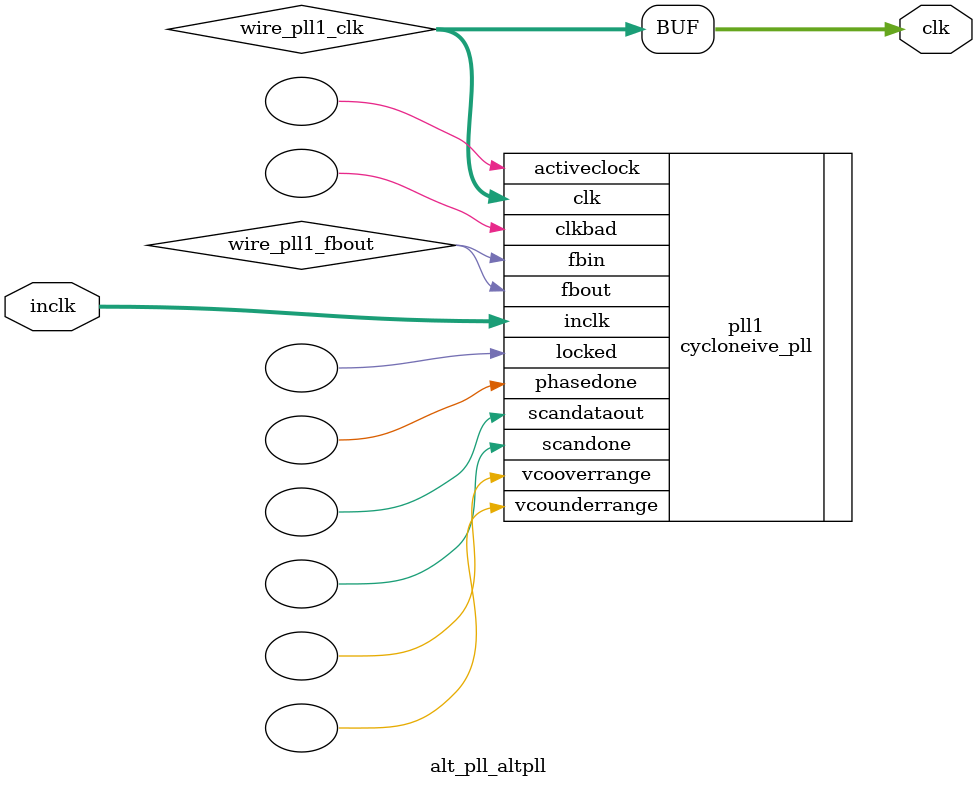
<source format=v>






//synthesis_resources = cycloneive_pll 1 
//synopsys translate_off
`timescale 1 ps / 1 ps
//synopsys translate_on
module  alt_pll_altpll
	( 
	clk,
	inclk) /* synthesis synthesis_clearbox=1 */;
	output   [4:0]  clk;
	input   [1:0]  inclk;
`ifndef ALTERA_RESERVED_QIS
// synopsys translate_off
`endif
	tri0   [1:0]  inclk;
`ifndef ALTERA_RESERVED_QIS
// synopsys translate_on
`endif

	wire  [4:0]   wire_pll1_clk;
	wire  wire_pll1_fbout;

	cycloneive_pll   pll1
	( 
	.activeclock(),
	.clk(wire_pll1_clk),
	.clkbad(),
	.fbin(wire_pll1_fbout),
	.fbout(wire_pll1_fbout),
	.inclk(inclk),
	.locked(),
	.phasedone(),
	.scandataout(),
	.scandone(),
	.vcooverrange(),
	.vcounderrange()
	`ifndef FORMAL_VERIFICATION
	// synopsys translate_off
	`endif
	,
	.areset(1'b0),
	.clkswitch(1'b0),
	.configupdate(1'b0),
	.pfdena(1'b1),
	.phasecounterselect({3{1'b0}}),
	.phasestep(1'b0),
	.phaseupdown(1'b0),
	.scanclk(1'b0),
	.scanclkena(1'b1),
	.scandata(1'b0)
	`ifndef FORMAL_VERIFICATION
	// synopsys translate_on
	`endif
	);
	defparam
		pll1.bandwidth_type = "auto",
		pll1.clk0_divide_by = 1,
		pll1.clk0_duty_cycle = 50,
		pll1.clk0_multiply_by = 1,
		pll1.clk0_phase_shift = "-3000",
		pll1.compensate_clock = "clk0",
		pll1.inclk0_input_frequency = 20000,
		pll1.operation_mode = "normal",
		pll1.pll_type = "auto",
		pll1.lpm_type = "cycloneive_pll";
	assign
		clk = {wire_pll1_clk[4:0]};
endmodule //alt_pll_altpll
//VALID FILE

</source>
